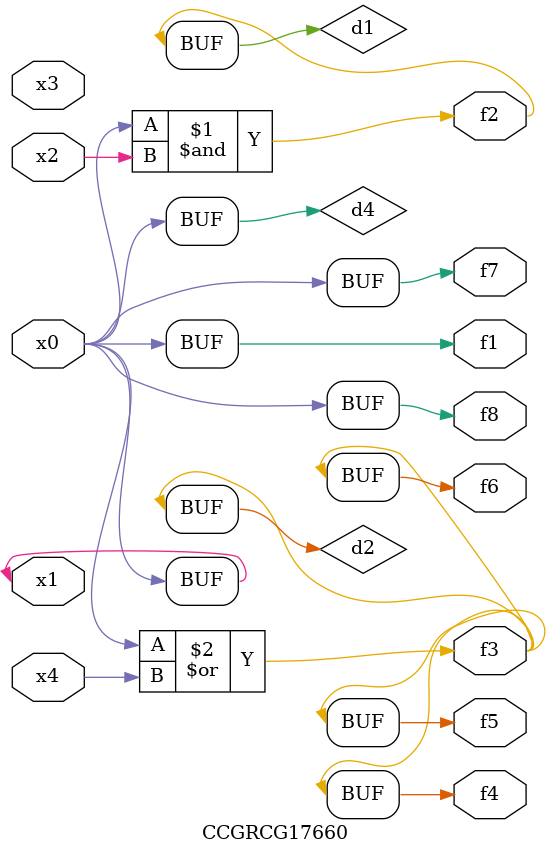
<source format=v>
module CCGRCG17660(
	input x0, x1, x2, x3, x4,
	output f1, f2, f3, f4, f5, f6, f7, f8
);

	wire d1, d2, d3, d4;

	and (d1, x0, x2);
	or (d2, x0, x4);
	nand (d3, x0, x2);
	buf (d4, x0, x1);
	assign f1 = d4;
	assign f2 = d1;
	assign f3 = d2;
	assign f4 = d2;
	assign f5 = d2;
	assign f6 = d2;
	assign f7 = d4;
	assign f8 = d4;
endmodule

</source>
